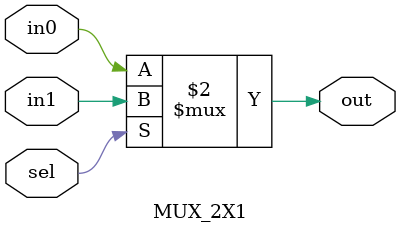
<source format=v>

module MUX_2X1 (

	input  wire in0,
	input  wire in1,
	input  wire sel,
	output wire out
 
);

assign out = (sel==1) ? in1 : in0;

endmodule

</source>
